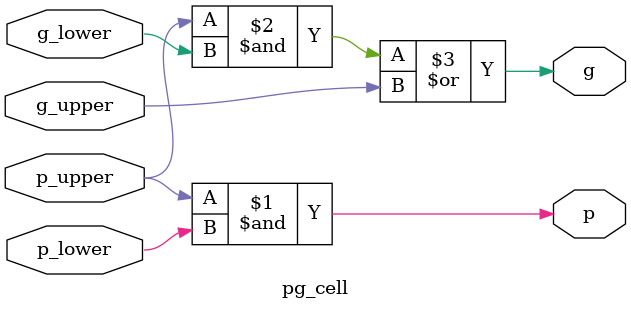
<source format=sv>
module pg_cell (
    input p_upper,  // P i:k
    input p_lower,  // P k-1:j
    input g_upper,  // G i:k
    input g_lower,  // G k-1:j

    output p,  // P i:j
    output g   // G i:j
);

    assign p = p_upper & p_lower;
    assign g = (p_upper & g_lower) | g_upper;

endmodule : pg_cell

</source>
